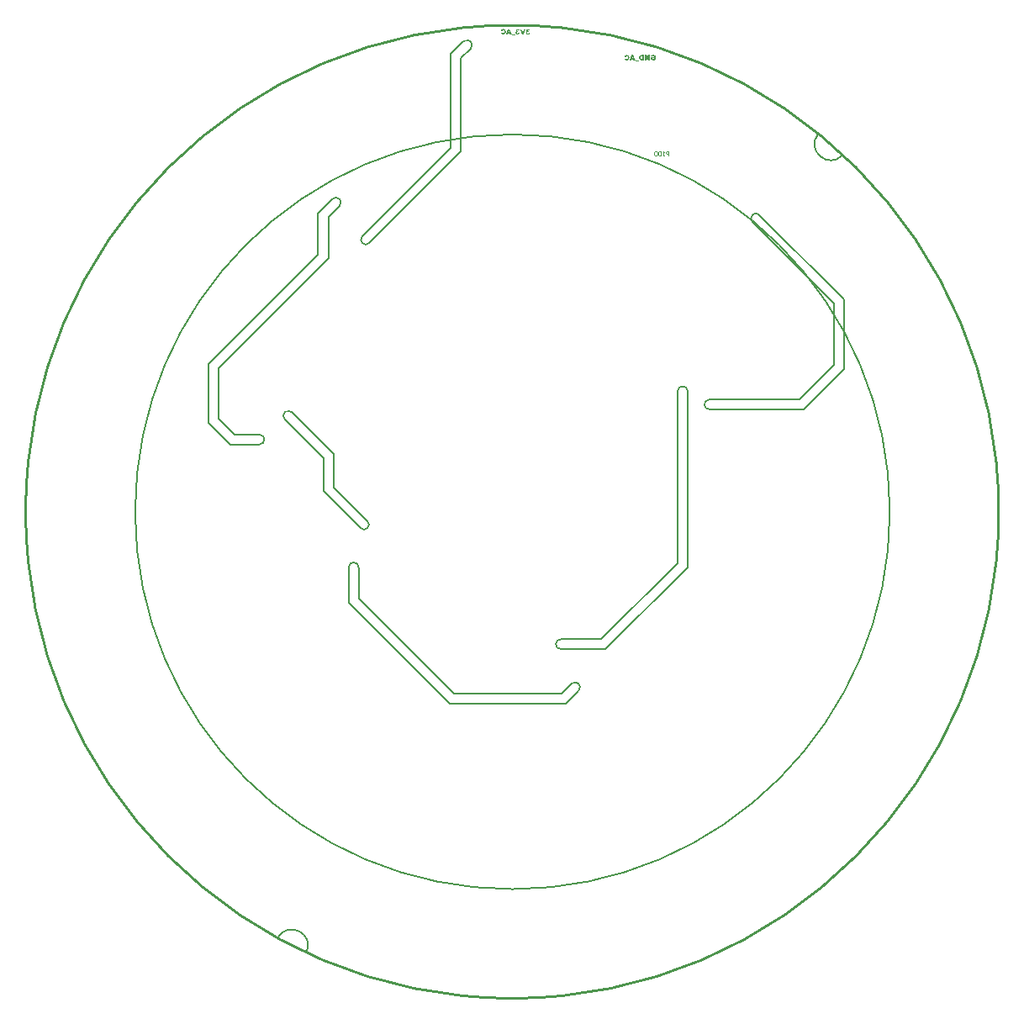
<source format=gbo>
G04*
G04 #@! TF.GenerationSoftware,Altium Limited,Altium Designer,20.1.14 (287)*
G04*
G04 Layer_Color=32896*
%FSLAX44Y44*%
%MOMM*%
G71*
G04*
G04 #@! TF.SameCoordinates,26D83F00-FBC8-424C-8E9F-EDBCECB59CF3*
G04*
G04*
G04 #@! TF.FilePolarity,Positive*
G04*
G01*
G75*
%ADD12C,0.2000*%
%ADD16C,0.2540*%
%ADD25C,0.0900*%
%ADD147C,0.1524*%
G36*
X138323Y454800D02*
X136829D01*
Y457638D01*
X134893Y454800D01*
X133389D01*
Y459950D01*
X134893D01*
Y457093D01*
X136848Y459950D01*
X138323D01*
Y454800D01*
D02*
G37*
G36*
X115345Y460025D02*
X115561Y460007D01*
X115759Y459969D01*
X115947Y459931D01*
X116116Y459875D01*
X116276Y459819D01*
X116426Y459753D01*
X116548Y459697D01*
X116670Y459631D01*
X116764Y459565D01*
X116849Y459509D01*
X116924Y459452D01*
X116971Y459415D01*
X117018Y459377D01*
X117037Y459358D01*
X117046Y459349D01*
X117168Y459217D01*
X117272Y459067D01*
X117356Y458917D01*
X117441Y458757D01*
X117507Y458588D01*
X117554Y458428D01*
X117601Y458268D01*
X117638Y458108D01*
X117667Y457958D01*
X117685Y457826D01*
X117704Y457704D01*
X117713Y457591D01*
Y457507D01*
X117723Y457441D01*
Y457403D01*
Y457385D01*
X117704Y457046D01*
X117685Y456887D01*
X117667Y456736D01*
X117629Y456595D01*
X117601Y456464D01*
X117563Y456342D01*
X117526Y456238D01*
X117497Y456135D01*
X117460Y456050D01*
X117422Y455975D01*
X117394Y455919D01*
X117375Y455872D01*
X117356Y455834D01*
X117338Y455815D01*
Y455806D01*
X117187Y455590D01*
X117037Y455411D01*
X116877Y455270D01*
X116736Y455148D01*
X116614Y455063D01*
X116511Y454998D01*
X116473Y454979D01*
X116445Y454960D01*
X116435Y454951D01*
X116426D01*
X116210Y454875D01*
X115984Y454819D01*
X115749Y454772D01*
X115533Y454744D01*
X115430Y454734D01*
X115336Y454725D01*
X115261D01*
X115185Y454716D01*
X115044D01*
X114800Y454725D01*
X114575Y454744D01*
X114377Y454781D01*
X114217Y454819D01*
X114086Y454847D01*
X113982Y454885D01*
X113954Y454894D01*
X113926Y454904D01*
X113917Y454913D01*
X113907D01*
X113748Y454998D01*
X113597Y455092D01*
X113475Y455186D01*
X113362Y455280D01*
X113278Y455373D01*
X113212Y455439D01*
X113165Y455486D01*
X113155Y455505D01*
X113043Y455665D01*
X112958Y455825D01*
X112873Y455984D01*
X112817Y456144D01*
X112761Y456276D01*
X112733Y456389D01*
X112723Y456426D01*
X112714Y456454D01*
X112704Y456473D01*
Y456482D01*
X114095Y456915D01*
X114142Y456736D01*
X114199Y456586D01*
X114255Y456454D01*
X114311Y456351D01*
X114358Y456266D01*
X114405Y456210D01*
X114434Y456172D01*
X114443Y456163D01*
X114537Y456078D01*
X114650Y456013D01*
X114762Y455975D01*
X114875Y455937D01*
X114979Y455919D01*
X115063Y455909D01*
X115139D01*
X115308Y455919D01*
X115449Y455956D01*
X115580Y456003D01*
X115683Y456069D01*
X115759Y456125D01*
X115824Y456172D01*
X115862Y456210D01*
X115871Y456219D01*
X115919Y456285D01*
X115956Y456360D01*
X116022Y456539D01*
X116060Y456736D01*
X116097Y456924D01*
X116116Y457103D01*
Y457187D01*
X116125Y457253D01*
Y457309D01*
Y457356D01*
Y457385D01*
Y457394D01*
X116116Y457638D01*
X116088Y457845D01*
X116060Y458014D01*
X116012Y458155D01*
X115975Y458259D01*
X115947Y458343D01*
X115919Y458381D01*
X115909Y458400D01*
X115853Y458475D01*
X115796Y458550D01*
X115665Y458653D01*
X115524Y458738D01*
X115392Y458785D01*
X115270Y458823D01*
X115167Y458832D01*
X115139Y458841D01*
X114998D01*
X114913Y458823D01*
X114838Y458813D01*
X114772Y458794D01*
X114725Y458776D01*
X114678Y458757D01*
X114659Y458747D01*
X114650Y458738D01*
X114518Y458653D01*
X114415Y458559D01*
X114377Y458522D01*
X114340Y458484D01*
X114330Y458465D01*
X114321Y458456D01*
X114293Y458409D01*
X114264Y458362D01*
X114208Y458249D01*
X114189Y458202D01*
X114171Y458155D01*
X114161Y458127D01*
Y458118D01*
X112751Y458428D01*
X112808Y458578D01*
X112864Y458719D01*
X112930Y458841D01*
X112996Y458964D01*
X113062Y459076D01*
X113137Y459170D01*
X113202Y459264D01*
X113268Y459339D01*
X113334Y459415D01*
X113390Y459471D01*
X113447Y459527D01*
X113494Y459565D01*
X113531Y459603D01*
X113560Y459621D01*
X113578Y459640D01*
X113588D01*
X113701Y459706D01*
X113813Y459772D01*
X114058Y459866D01*
X114311Y459941D01*
X114565Y459988D01*
X114678Y460007D01*
X114781Y460016D01*
X114875Y460025D01*
X114960D01*
X115026Y460035D01*
X115120D01*
X115345Y460025D01*
D02*
G37*
G36*
X142064D02*
X142205Y460016D01*
X142346Y459997D01*
X142468Y459978D01*
X142581Y459950D01*
X142693Y459931D01*
X142787Y459913D01*
X142872Y459884D01*
X142947Y459866D01*
X143013Y459837D01*
X143069Y459819D01*
X143107Y459809D01*
X143135Y459790D01*
X143154Y459781D01*
X143163D01*
X143398Y459650D01*
X143605Y459499D01*
X143774Y459339D01*
X143925Y459189D01*
X144037Y459048D01*
X144113Y458935D01*
X144141Y458888D01*
X144159Y458860D01*
X144178Y458841D01*
Y458832D01*
X144291Y458588D01*
X144376Y458343D01*
X144441Y458099D01*
X144479Y457873D01*
X144498Y457770D01*
X144507Y457676D01*
X144517Y457591D01*
Y457516D01*
X144526Y457460D01*
Y457413D01*
Y457385D01*
Y457375D01*
X144517Y457084D01*
X144479Y456811D01*
X144432Y456567D01*
X144404Y456454D01*
X144366Y456360D01*
X144338Y456266D01*
X144310Y456182D01*
X144291Y456116D01*
X144263Y456059D01*
X144244Y456013D01*
X144225Y455975D01*
X144216Y455956D01*
Y455947D01*
X144084Y455731D01*
X143943Y455543D01*
X143793Y455383D01*
X143652Y455261D01*
X143520Y455157D01*
X143417Y455082D01*
X143379Y455063D01*
X143351Y455045D01*
X143333Y455026D01*
X143323D01*
X143088Y454922D01*
X142844Y454847D01*
X142590Y454791D01*
X142355Y454753D01*
X142242Y454744D01*
X142139Y454734D01*
X142054Y454725D01*
X141970D01*
X141904Y454716D01*
X141819D01*
X141547Y454725D01*
X141302Y454744D01*
X141077Y454772D01*
X140889Y454800D01*
X140814Y454819D01*
X140739Y454828D01*
X140682Y454847D01*
X140626Y454857D01*
X140588Y454866D01*
X140560Y454875D01*
X140541Y454885D01*
X140532D01*
X140325Y454960D01*
X140109Y455063D01*
X139893Y455176D01*
X139695Y455280D01*
X139526Y455383D01*
X139451Y455430D01*
X139395Y455467D01*
X139338Y455496D01*
X139301Y455524D01*
X139282Y455533D01*
X139272Y455543D01*
Y457742D01*
X141735D01*
Y456670D01*
X140663D01*
Y456182D01*
X140776Y456116D01*
X140889Y456059D01*
X140983Y456013D01*
X141067Y455984D01*
X141133Y455956D01*
X141180Y455937D01*
X141218Y455919D01*
X141227D01*
X141406Y455872D01*
X141490Y455862D01*
X141575Y455853D01*
X141641Y455843D01*
X141735D01*
X141932Y455862D01*
X142111Y455900D01*
X142261Y455956D01*
X142383Y456022D01*
X142487Y456088D01*
X142562Y456144D01*
X142599Y456182D01*
X142618Y456200D01*
X142675Y456276D01*
X142722Y456351D01*
X142797Y456539D01*
X142853Y456736D01*
X142891Y456934D01*
X142909Y457112D01*
X142919Y457187D01*
Y457262D01*
X142928Y457319D01*
Y457356D01*
Y457385D01*
Y457394D01*
Y457535D01*
X142919Y457667D01*
X142900Y457789D01*
X142881Y457901D01*
X142853Y458005D01*
X142834Y458099D01*
X142769Y458259D01*
X142712Y458381D01*
X142665Y458475D01*
X142628Y458522D01*
X142618Y458541D01*
X142496Y458663D01*
X142355Y458757D01*
X142214Y458823D01*
X142083Y458860D01*
X141960Y458888D01*
X141866Y458898D01*
X141829Y458907D01*
X141782D01*
X141650Y458898D01*
X141537Y458879D01*
X141444Y458860D01*
X141359Y458832D01*
X141293Y458794D01*
X141237Y458776D01*
X141208Y458757D01*
X141199Y458747D01*
X141124Y458682D01*
X141049Y458616D01*
X140992Y458541D01*
X140945Y458475D01*
X140917Y458409D01*
X140889Y458353D01*
X140870Y458315D01*
Y458306D01*
X139338Y458578D01*
X139395Y458757D01*
X139460Y458917D01*
X139536Y459058D01*
X139601Y459170D01*
X139667Y459264D01*
X139714Y459339D01*
X139752Y459377D01*
X139761Y459396D01*
X139874Y459509D01*
X139987Y459612D01*
X140109Y459697D01*
X140222Y459762D01*
X140316Y459809D01*
X140391Y459847D01*
X140447Y459866D01*
X140457Y459875D01*
X140466D01*
X140551Y459903D01*
X140645Y459931D01*
X140842Y459969D01*
X141058Y459997D01*
X141265Y460016D01*
X141453Y460025D01*
X141528Y460035D01*
X141744D01*
X142064Y460025D01*
D02*
G37*
G36*
X132318Y454800D02*
X129959D01*
X129790Y454810D01*
X129630Y454819D01*
X129461Y454838D01*
X129320Y454866D01*
X129188Y454894D01*
X129085Y454913D01*
X129047Y454922D01*
X129019D01*
X129010Y454932D01*
X129001D01*
X128860Y454979D01*
X128728Y455045D01*
X128615Y455110D01*
X128502Y455176D01*
X128418Y455242D01*
X128352Y455298D01*
X128315Y455336D01*
X128296Y455345D01*
X128174Y455467D01*
X128070Y455599D01*
X127976Y455721D01*
X127901Y455843D01*
X127844Y455947D01*
X127807Y456031D01*
X127779Y456088D01*
X127769Y456097D01*
Y456106D01*
X127704Y456295D01*
X127657Y456501D01*
X127619Y456717D01*
X127600Y456915D01*
X127581Y457103D01*
Y457178D01*
X127572Y457253D01*
Y457309D01*
Y457347D01*
Y457375D01*
Y457385D01*
X127581Y457582D01*
X127591Y457761D01*
X127610Y457930D01*
X127638Y458080D01*
X127666Y458202D01*
X127685Y458296D01*
X127694Y458334D01*
Y458362D01*
X127704Y458371D01*
Y458381D01*
X127760Y458550D01*
X127816Y458710D01*
X127882Y458851D01*
X127948Y458973D01*
X128014Y459076D01*
X128061Y459142D01*
X128098Y459189D01*
X128108Y459208D01*
X128221Y459330D01*
X128333Y459443D01*
X128455Y459537D01*
X128568Y459612D01*
X128672Y459678D01*
X128747Y459715D01*
X128803Y459744D01*
X128813Y459753D01*
X128822D01*
X128991Y459819D01*
X129179Y459866D01*
X129367Y459903D01*
X129555Y459922D01*
X129715Y459941D01*
X129781D01*
X129846Y459950D01*
X132318D01*
Y454800D01*
D02*
G37*
G36*
X123653D02*
X122027D01*
X121773Y455646D01*
X119969D01*
X119715Y454800D01*
X118042D01*
X119978Y459950D01*
X121727D01*
X123653Y454800D01*
D02*
G37*
G36*
X127299Y453898D02*
X123625D01*
Y454255D01*
X127299D01*
Y453898D01*
D02*
G37*
G36*
X16013Y486178D02*
X16154Y486169D01*
X16286Y486141D01*
X16408Y486112D01*
X16521Y486084D01*
X16624Y486056D01*
X16709Y486028D01*
X16793Y485990D01*
X16868Y485962D01*
X16925Y485934D01*
X16972Y485906D01*
X17019Y485877D01*
X17047Y485868D01*
X17056Y485849D01*
X17066D01*
X17235Y485708D01*
X17366Y485548D01*
X17479Y485379D01*
X17564Y485219D01*
X17630Y485079D01*
X17648Y485013D01*
X17677Y484956D01*
X17686Y484919D01*
X17695Y484881D01*
X17705Y484862D01*
Y484853D01*
X16351Y484618D01*
X16323Y484750D01*
X16295Y484862D01*
X16257Y484947D01*
X16229Y485022D01*
X16192Y485079D01*
X16173Y485116D01*
X16154Y485135D01*
X16145Y485144D01*
X16079Y485201D01*
X16013Y485238D01*
X15947Y485266D01*
X15882Y485285D01*
X15816Y485295D01*
X15769Y485304D01*
X15731D01*
X15637Y485295D01*
X15562Y485285D01*
X15496Y485257D01*
X15440Y485238D01*
X15393Y485210D01*
X15365Y485182D01*
X15346Y485173D01*
X15337Y485163D01*
X15289Y485107D01*
X15252Y485041D01*
X15233Y484985D01*
X15214Y484919D01*
X15205Y484872D01*
X15196Y484825D01*
Y484797D01*
Y484787D01*
X15205Y484703D01*
X15224Y484618D01*
X15261Y484543D01*
X15289Y484487D01*
X15327Y484430D01*
X15365Y484393D01*
X15383Y484374D01*
X15393Y484364D01*
X15468Y484308D01*
X15543Y484270D01*
X15628Y484233D01*
X15694Y484214D01*
X15759Y484204D01*
X15816Y484195D01*
X15919D01*
X15985Y484204D01*
X16051D01*
X16117Y483190D01*
X16013Y483218D01*
X15919Y483237D01*
X15844Y483255D01*
X15778Y483265D01*
X15722Y483274D01*
X15656D01*
X15543Y483265D01*
X15440Y483246D01*
X15355Y483208D01*
X15280Y483180D01*
X15224Y483143D01*
X15186Y483105D01*
X15158Y483086D01*
X15149Y483077D01*
X15083Y482992D01*
X15036Y482908D01*
X15008Y482814D01*
X14979Y482729D01*
X14970Y482644D01*
X14961Y482579D01*
Y482541D01*
Y482522D01*
X14970Y482400D01*
X14989Y482287D01*
X15026Y482184D01*
X15055Y482109D01*
X15092Y482043D01*
X15130Y481996D01*
X15149Y481968D01*
X15158Y481958D01*
X15233Y481893D01*
X15308Y481836D01*
X15393Y481799D01*
X15468Y481780D01*
X15534Y481761D01*
X15590Y481752D01*
X15637D01*
X15741Y481761D01*
X15825Y481780D01*
X15910Y481799D01*
X15976Y481836D01*
X16023Y481864D01*
X16070Y481883D01*
X16088Y481902D01*
X16098Y481911D01*
X16154Y481987D01*
X16211Y482081D01*
X16286Y482278D01*
X16314Y482372D01*
X16333Y482447D01*
X16351Y482494D01*
Y482513D01*
X17780Y482315D01*
X17724Y482146D01*
X17658Y481987D01*
X17601Y481855D01*
X17536Y481733D01*
X17479Y481639D01*
X17432Y481573D01*
X17395Y481535D01*
X17385Y481517D01*
X17282Y481404D01*
X17169Y481310D01*
X17056Y481225D01*
X16953Y481160D01*
X16859Y481103D01*
X16784Y481066D01*
X16737Y481047D01*
X16718Y481037D01*
X16549Y480981D01*
X16370Y480943D01*
X16182Y480915D01*
X16004Y480896D01*
X15853Y480887D01*
X15778D01*
X15722Y480878D01*
X15609D01*
X15355Y480887D01*
X15120Y480915D01*
X14923Y480943D01*
X14754Y480990D01*
X14622Y481028D01*
X14566Y481047D01*
X14528Y481056D01*
X14491Y481075D01*
X14462Y481084D01*
X14453Y481094D01*
X14444D01*
X14284Y481188D01*
X14152Y481291D01*
X14040Y481395D01*
X13936Y481498D01*
X13861Y481592D01*
X13814Y481667D01*
X13777Y481714D01*
X13767Y481733D01*
X13683Y481893D01*
X13626Y482043D01*
X13579Y482184D01*
X13551Y482325D01*
X13532Y482438D01*
X13523Y482522D01*
Y482579D01*
Y482588D01*
Y482598D01*
X13532Y482729D01*
X13542Y482842D01*
X13570Y482945D01*
X13598Y483039D01*
X13626Y483105D01*
X13645Y483161D01*
X13664Y483199D01*
X13673Y483208D01*
X13729Y483302D01*
X13795Y483387D01*
X13861Y483462D01*
X13927Y483518D01*
X13983Y483565D01*
X14030Y483603D01*
X14058Y483622D01*
X14068Y483631D01*
X14134Y483669D01*
X14209Y483697D01*
X14350Y483753D01*
X14416Y483772D01*
X14472Y483791D01*
X14510Y483800D01*
X14519D01*
X14387Y483876D01*
X14274Y483960D01*
X14181Y484045D01*
X14105Y484110D01*
X14049Y484176D01*
X14011Y484223D01*
X13983Y484261D01*
X13974Y484270D01*
X13908Y484374D01*
X13861Y484477D01*
X13833Y484580D01*
X13805Y484674D01*
X13795Y484750D01*
X13786Y484815D01*
Y484853D01*
Y484872D01*
X13795Y484975D01*
X13805Y485079D01*
X13852Y485266D01*
X13927Y485426D01*
X14011Y485558D01*
X14096Y485671D01*
X14162Y485755D01*
X14218Y485802D01*
X14228Y485821D01*
X14237D01*
X14331Y485887D01*
X14425Y485943D01*
X14660Y486037D01*
X14895Y486103D01*
X15139Y486150D01*
X15252Y486169D01*
X15355Y486178D01*
X15449Y486188D01*
X15534D01*
X15609Y486197D01*
X15703D01*
X16013Y486178D01*
D02*
G37*
G36*
X5610D02*
X5751Y486169D01*
X5882Y486141D01*
X6004Y486112D01*
X6117Y486084D01*
X6220Y486056D01*
X6305Y486028D01*
X6390Y485990D01*
X6465Y485962D01*
X6521Y485934D01*
X6568Y485906D01*
X6615Y485877D01*
X6643Y485868D01*
X6653Y485849D01*
X6662D01*
X6831Y485708D01*
X6963Y485548D01*
X7076Y485379D01*
X7160Y485219D01*
X7226Y485079D01*
X7245Y485013D01*
X7273Y484956D01*
X7282Y484919D01*
X7292Y484881D01*
X7301Y484862D01*
Y484853D01*
X5948Y484618D01*
X5920Y484750D01*
X5892Y484862D01*
X5854Y484947D01*
X5826Y485022D01*
X5788Y485079D01*
X5769Y485116D01*
X5751Y485135D01*
X5741Y485144D01*
X5675Y485201D01*
X5610Y485238D01*
X5544Y485266D01*
X5478Y485285D01*
X5412Y485295D01*
X5365Y485304D01*
X5328D01*
X5234Y485295D01*
X5159Y485285D01*
X5093Y485257D01*
X5036Y485238D01*
X4989Y485210D01*
X4961Y485182D01*
X4942Y485173D01*
X4933Y485163D01*
X4886Y485107D01*
X4848Y485041D01*
X4830Y484985D01*
X4811Y484919D01*
X4801Y484872D01*
X4792Y484825D01*
Y484797D01*
Y484787D01*
X4801Y484703D01*
X4820Y484618D01*
X4858Y484543D01*
X4886Y484487D01*
X4924Y484430D01*
X4961Y484393D01*
X4980Y484374D01*
X4989Y484364D01*
X5064Y484308D01*
X5140Y484270D01*
X5224Y484233D01*
X5290Y484214D01*
X5356Y484204D01*
X5412Y484195D01*
X5516D01*
X5581Y484204D01*
X5647D01*
X5713Y483190D01*
X5610Y483218D01*
X5516Y483237D01*
X5440Y483255D01*
X5375Y483265D01*
X5318Y483274D01*
X5253D01*
X5140Y483265D01*
X5036Y483246D01*
X4952Y483208D01*
X4877Y483180D01*
X4820Y483143D01*
X4783Y483105D01*
X4754Y483086D01*
X4745Y483077D01*
X4679Y482992D01*
X4632Y482908D01*
X4604Y482814D01*
X4576Y482729D01*
X4566Y482644D01*
X4557Y482579D01*
Y482541D01*
Y482522D01*
X4566Y482400D01*
X4585Y482287D01*
X4623Y482184D01*
X4651Y482109D01*
X4689Y482043D01*
X4726Y481996D01*
X4745Y481968D01*
X4754Y481958D01*
X4830Y481893D01*
X4905Y481836D01*
X4989Y481799D01*
X5064Y481780D01*
X5130Y481761D01*
X5187Y481752D01*
X5234D01*
X5337Y481761D01*
X5422Y481780D01*
X5506Y481799D01*
X5572Y481836D01*
X5619Y481864D01*
X5666Y481883D01*
X5685Y481902D01*
X5694Y481911D01*
X5751Y481987D01*
X5807Y482081D01*
X5882Y482278D01*
X5910Y482372D01*
X5929Y482447D01*
X5948Y482494D01*
Y482513D01*
X7376Y482315D01*
X7320Y482146D01*
X7254Y481987D01*
X7198Y481855D01*
X7132Y481733D01*
X7076Y481639D01*
X7029Y481573D01*
X6991Y481535D01*
X6982Y481517D01*
X6878Y481404D01*
X6765Y481310D01*
X6653Y481225D01*
X6549Y481160D01*
X6455Y481103D01*
X6380Y481066D01*
X6333Y481047D01*
X6314Y481037D01*
X6145Y480981D01*
X5967Y480943D01*
X5779Y480915D01*
X5600Y480896D01*
X5450Y480887D01*
X5375D01*
X5318Y480878D01*
X5206D01*
X4952Y480887D01*
X4717Y480915D01*
X4519Y480943D01*
X4350Y480990D01*
X4219Y481028D01*
X4162Y481047D01*
X4125Y481056D01*
X4087Y481075D01*
X4059Y481084D01*
X4049Y481094D01*
X4040D01*
X3880Y481188D01*
X3749Y481291D01*
X3636Y481395D01*
X3533Y481498D01*
X3457Y481592D01*
X3410Y481667D01*
X3373Y481714D01*
X3363Y481733D01*
X3279Y481893D01*
X3223Y482043D01*
X3176Y482184D01*
X3147Y482325D01*
X3128Y482438D01*
X3119Y482522D01*
Y482579D01*
Y482588D01*
Y482598D01*
X3128Y482729D01*
X3138Y482842D01*
X3166Y482945D01*
X3194Y483039D01*
X3223Y483105D01*
X3241Y483161D01*
X3260Y483199D01*
X3270Y483208D01*
X3326Y483302D01*
X3392Y483387D01*
X3457Y483462D01*
X3523Y483518D01*
X3580Y483565D01*
X3627Y483603D01*
X3655Y483622D01*
X3664Y483631D01*
X3730Y483669D01*
X3805Y483697D01*
X3946Y483753D01*
X4012Y483772D01*
X4068Y483791D01*
X4106Y483800D01*
X4115D01*
X3984Y483876D01*
X3871Y483960D01*
X3777Y484045D01*
X3702Y484110D01*
X3645Y484176D01*
X3608Y484223D01*
X3580Y484261D01*
X3570Y484270D01*
X3504Y484374D01*
X3457Y484477D01*
X3429Y484580D01*
X3401Y484674D01*
X3392Y484750D01*
X3382Y484815D01*
Y484853D01*
Y484872D01*
X3392Y484975D01*
X3401Y485079D01*
X3448Y485266D01*
X3523Y485426D01*
X3608Y485558D01*
X3692Y485671D01*
X3758Y485755D01*
X3815Y485802D01*
X3824Y485821D01*
X3833D01*
X3927Y485887D01*
X4021Y485943D01*
X4256Y486037D01*
X4491Y486103D01*
X4736Y486150D01*
X4848Y486169D01*
X4952Y486178D01*
X5046Y486188D01*
X5130D01*
X5206Y486197D01*
X5300D01*
X5610Y486178D01*
D02*
G37*
G36*
X11267Y480962D02*
X9547D01*
X7630Y486112D01*
X9247D01*
X10393Y482400D01*
X11549Y486112D01*
X13213D01*
X11267Y480962D01*
D02*
G37*
G36*
X-9089Y486188D02*
X-8873Y486169D01*
X-8675Y486131D01*
X-8487Y486093D01*
X-8318Y486037D01*
X-8159Y485981D01*
X-8008Y485915D01*
X-7886Y485859D01*
X-7764Y485793D01*
X-7670Y485727D01*
X-7585Y485671D01*
X-7510Y485614D01*
X-7463Y485577D01*
X-7416Y485539D01*
X-7397Y485520D01*
X-7388Y485511D01*
X-7266Y485379D01*
X-7162Y485229D01*
X-7078Y485079D01*
X-6993Y484919D01*
X-6927Y484750D01*
X-6880Y484590D01*
X-6833Y484430D01*
X-6796Y484270D01*
X-6768Y484120D01*
X-6749Y483988D01*
X-6730Y483866D01*
X-6721Y483753D01*
Y483669D01*
X-6711Y483603D01*
Y483565D01*
Y483547D01*
X-6730Y483208D01*
X-6749Y483049D01*
X-6768Y482898D01*
X-6805Y482757D01*
X-6833Y482626D01*
X-6871Y482504D01*
X-6909Y482400D01*
X-6937Y482297D01*
X-6974Y482212D01*
X-7012Y482137D01*
X-7040Y482081D01*
X-7059Y482034D01*
X-7078Y481996D01*
X-7096Y481977D01*
Y481968D01*
X-7247Y481752D01*
X-7397Y481573D01*
X-7557Y481432D01*
X-7698Y481310D01*
X-7820Y481225D01*
X-7923Y481160D01*
X-7961Y481141D01*
X-7989Y481122D01*
X-7999Y481113D01*
X-8008D01*
X-8224Y481037D01*
X-8450Y480981D01*
X-8685Y480934D01*
X-8901Y480906D01*
X-9004Y480896D01*
X-9098Y480887D01*
X-9173D01*
X-9249Y480878D01*
X-9390D01*
X-9634Y480887D01*
X-9859Y480906D01*
X-10057Y480943D01*
X-10217Y480981D01*
X-10348Y481009D01*
X-10452Y481047D01*
X-10480Y481056D01*
X-10508Y481066D01*
X-10517Y481075D01*
X-10527D01*
X-10687Y481160D01*
X-10837Y481254D01*
X-10959Y481348D01*
X-11072Y481441D01*
X-11156Y481535D01*
X-11222Y481601D01*
X-11269Y481648D01*
X-11279Y481667D01*
X-11391Y481827D01*
X-11476Y481987D01*
X-11561Y482146D01*
X-11617Y482306D01*
X-11673Y482438D01*
X-11702Y482551D01*
X-11711Y482588D01*
X-11720Y482616D01*
X-11730Y482635D01*
Y482644D01*
X-10339Y483077D01*
X-10292Y482898D01*
X-10235Y482748D01*
X-10179Y482616D01*
X-10123Y482513D01*
X-10076Y482428D01*
X-10029Y482372D01*
X-10000Y482334D01*
X-9991Y482325D01*
X-9897Y482240D01*
X-9784Y482175D01*
X-9672Y482137D01*
X-9559Y482099D01*
X-9455Y482081D01*
X-9371Y482071D01*
X-9296D01*
X-9126Y482081D01*
X-8985Y482118D01*
X-8854Y482165D01*
X-8751Y482231D01*
X-8675Y482287D01*
X-8610Y482334D01*
X-8572Y482372D01*
X-8563Y482381D01*
X-8516Y482447D01*
X-8478Y482522D01*
X-8412Y482701D01*
X-8375Y482898D01*
X-8337Y483086D01*
X-8318Y483265D01*
Y483349D01*
X-8309Y483415D01*
Y483471D01*
Y483518D01*
Y483547D01*
Y483556D01*
X-8318Y483800D01*
X-8346Y484007D01*
X-8375Y484176D01*
X-8422Y484317D01*
X-8459Y484421D01*
X-8487Y484505D01*
X-8516Y484543D01*
X-8525Y484562D01*
X-8581Y484637D01*
X-8638Y484712D01*
X-8769Y484815D01*
X-8910Y484900D01*
X-9042Y484947D01*
X-9164Y484985D01*
X-9267Y484994D01*
X-9296Y485003D01*
X-9437D01*
X-9521Y484985D01*
X-9596Y484975D01*
X-9662Y484956D01*
X-9709Y484938D01*
X-9756Y484919D01*
X-9775Y484909D01*
X-9784Y484900D01*
X-9916Y484815D01*
X-10019Y484721D01*
X-10057Y484684D01*
X-10094Y484646D01*
X-10104Y484627D01*
X-10113Y484618D01*
X-10142Y484571D01*
X-10170Y484524D01*
X-10226Y484411D01*
X-10245Y484364D01*
X-10264Y484317D01*
X-10273Y484289D01*
Y484280D01*
X-11683Y484590D01*
X-11626Y484740D01*
X-11570Y484881D01*
X-11504Y485003D01*
X-11438Y485126D01*
X-11373Y485238D01*
X-11297Y485332D01*
X-11232Y485426D01*
X-11166Y485501D01*
X-11100Y485577D01*
X-11044Y485633D01*
X-10987Y485689D01*
X-10940Y485727D01*
X-10903Y485765D01*
X-10875Y485783D01*
X-10856Y485802D01*
X-10846D01*
X-10733Y485868D01*
X-10621Y485934D01*
X-10376Y486028D01*
X-10123Y486103D01*
X-9869Y486150D01*
X-9756Y486169D01*
X-9653Y486178D01*
X-9559Y486188D01*
X-9474D01*
X-9408Y486197D01*
X-9314D01*
X-9089Y486188D01*
D02*
G37*
G36*
X-781Y480962D02*
X-2407D01*
X-2661Y481808D01*
X-4465D01*
X-4719Y480962D01*
X-6392D01*
X-4456Y486112D01*
X-2708D01*
X-781Y480962D01*
D02*
G37*
G36*
X2865Y480060D02*
X-809D01*
Y480417D01*
X2865D01*
Y480060D01*
D02*
G37*
%LPC*%
G36*
X130730Y458785D02*
X130335D01*
X130119Y458776D01*
X129931Y458738D01*
X129781Y458691D01*
X129658Y458635D01*
X129564Y458569D01*
X129499Y458522D01*
X129452Y458484D01*
X129442Y458475D01*
X129395Y458409D01*
X129348Y458343D01*
X129282Y458174D01*
X129235Y457986D01*
X129207Y457808D01*
X129179Y457629D01*
Y457554D01*
X129170Y457488D01*
Y457432D01*
Y457394D01*
Y457366D01*
Y457356D01*
X129179Y457140D01*
X129188Y456962D01*
X129207Y456802D01*
X129226Y456680D01*
X129254Y456586D01*
X129273Y456520D01*
X129282Y456473D01*
X129292Y456464D01*
X129339Y456370D01*
X129395Y456285D01*
X129452Y456219D01*
X129508Y456172D01*
X129555Y456125D01*
X129593Y456097D01*
X129621Y456088D01*
X129630Y456078D01*
X129724Y456041D01*
X129827Y456022D01*
X129950Y456003D01*
X130063Y455984D01*
X130175D01*
X130260Y455975D01*
X130730D01*
Y458785D01*
D02*
G37*
G36*
X120871Y458606D02*
X120307Y456764D01*
X121435D01*
X120871Y458606D01*
D02*
G37*
G36*
X-3563Y484768D02*
X-4127Y482926D01*
X-2999D01*
X-3563Y484768D01*
D02*
G37*
%LPD*%
D12*
X-154940Y-55880D02*
G03*
X-164940Y-55880I-5000J0D01*
G01*
X66501Y-180197D02*
G03*
X59430Y-173125I-3536J3536D01*
G01*
X248801Y299011D02*
G03*
X241730Y291940I-3536J-3536D01*
G01*
X198374Y113124D02*
G03*
X198374Y103124I0J-5000D01*
G01*
X48768Y-128270D02*
G03*
X48768Y-138270I0J-5000D01*
G01*
X176370Y121412D02*
G03*
X166370Y121412I-5000J0D01*
G01*
X-153147Y-16430D02*
G03*
X-146076Y-9359I3536J3536D01*
G01*
X-222297Y100363D02*
G03*
X-229368Y93292I-3536J-3536D01*
G01*
X-254915Y67804D02*
G03*
X-254915Y77804I0J5000D01*
G01*
X-174264Y307868D02*
G03*
X-181336Y314940I-3536J3536D01*
G01*
X-42164Y466598D02*
G03*
X-49235Y473669I-3536J3536D01*
G01*
X-151216Y277454D02*
G03*
X-144350Y270588I3433J-3433D01*
G01*
X308004Y380662D02*
G03*
X332652Y359489I12544J-10330D01*
G01*
X-207616Y-443945D02*
G03*
X-236516Y-429099I-14634J7065D01*
G01*
X49167Y-183388D02*
X59430Y-173125D01*
X-58928Y-183388D02*
X49167D01*
X-154940Y-87376D02*
Y-55880D01*
X53404Y-193294D02*
X66501Y-180196D01*
X-154940Y-87376D02*
X-58928Y-183388D01*
X-164940Y-91518D02*
X-63164Y-193294D01*
X53404D01*
X-164940Y-91518D02*
Y-55880D01*
X248801Y299011D02*
X334026Y213786D01*
X324026Y148176D02*
Y209644D01*
X198374Y103124D02*
X293116D01*
X198374Y113124D02*
X288974D01*
X241730Y291940D02*
X324026Y209644D01*
X334026Y144034D02*
Y213786D01*
X293116Y103124D02*
X334026Y144034D01*
X288974Y113124D02*
X324026Y148176D01*
X166370Y-51562D02*
Y121412D01*
X48768Y-128270D02*
X89662D01*
X48768Y-138270D02*
X93804D01*
X176370Y-55704D02*
Y121412D01*
X93804Y-138270D02*
X176370Y-55704D01*
X89662Y-128270D02*
X166370Y-51562D01*
X-212360Y76284D02*
X-190226Y54150D01*
X-229368Y93292D02*
X-212360Y76284D01*
X-222297Y100363D02*
X-202360Y80427D01*
X-179832Y24397D02*
Y57899D01*
Y24397D02*
X-146076Y-9359D01*
X-202360Y80427D02*
X-179832Y57899D01*
X-190226Y20649D02*
X-153147Y-16430D01*
X-190226Y20649D02*
Y54150D01*
X-195834Y258998D02*
Y300441D01*
X-278968Y77804D02*
X-254915D01*
X-295910Y93462D02*
Y144780D01*
X-305910Y89320D02*
Y148922D01*
Y89320D02*
X-285973Y69383D01*
X-284394Y67804D02*
X-282437D01*
X-283110D02*
X-254915D01*
X-285973Y69383D02*
X-284394Y67804D01*
X-185166Y296967D02*
X-174264Y307868D01*
X-305910Y148922D02*
X-195834Y258998D01*
X-280252Y77804D02*
X-278968D01*
X-185166Y255524D02*
Y296967D01*
X-295910Y93462D02*
X-280252Y77804D01*
X-295910Y144780D02*
X-185166Y255524D01*
X-195834Y300441D02*
X-181336Y314940D01*
X-144350Y270588D02*
X-52070Y362868D01*
X-151216Y277454D02*
X-62070Y366600D01*
X-52070Y362868D02*
Y456692D01*
X-62070Y366600D02*
Y460834D01*
X-52070Y456692D02*
X-42164Y466598D01*
X-62070Y460834D02*
X-49235Y473669D01*
X308004Y380662D02*
X320548Y370332D01*
X-236516Y-429099D02*
X-222250Y-436880D01*
X-207616Y-443945D01*
X320548Y370332D02*
X332652Y359489D01*
D16*
X489746Y0D02*
G03*
X489746Y0I-490000J0D01*
G01*
D25*
X156972Y359156D02*
Y363155D01*
X154973D01*
X154306Y362488D01*
Y361155D01*
X154973Y360489D01*
X156972D01*
X152973Y359156D02*
X151640D01*
X152307D01*
Y363155D01*
X152973Y362488D01*
X149641D02*
X148975Y363155D01*
X147642D01*
X146975Y362488D01*
Y359822D01*
X147642Y359156D01*
X148975D01*
X149641Y359822D01*
Y362488D01*
X145642D02*
X144976Y363155D01*
X143643D01*
X142977Y362488D01*
Y359822D01*
X143643Y359156D01*
X144976D01*
X145642Y359822D01*
Y362488D01*
D147*
X380000Y0D02*
G03*
X380000Y0I-380000J0D01*
G01*
M02*

</source>
